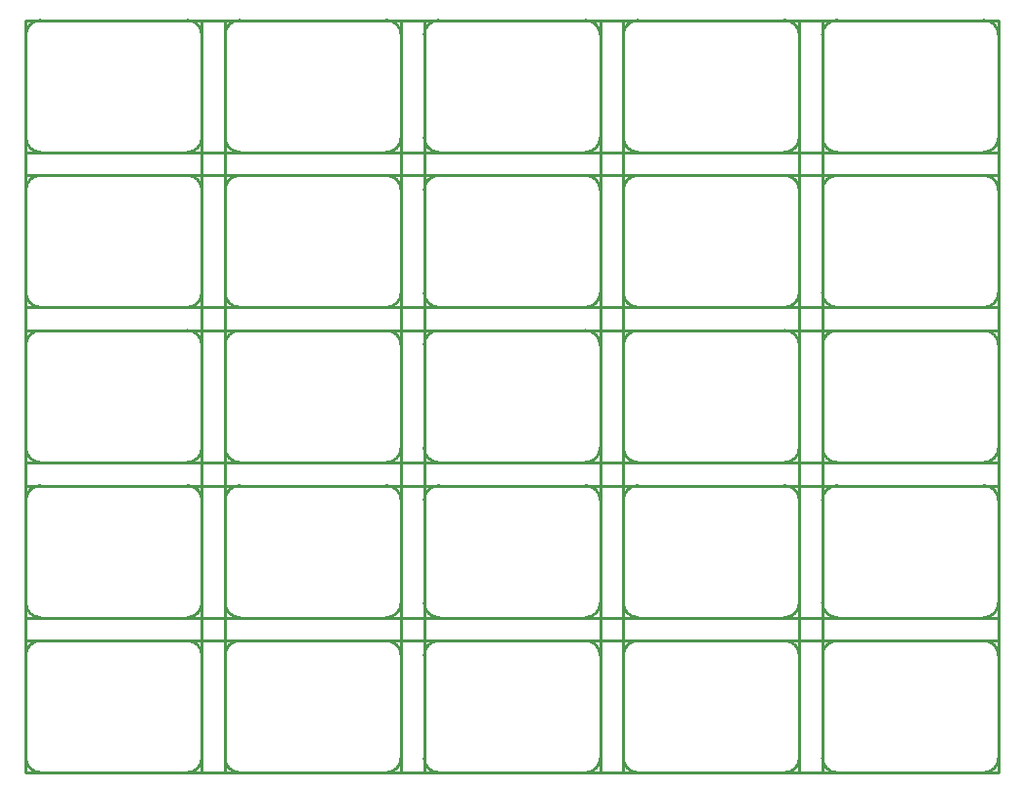
<source format=gko>
G04 Layer: BoardOutlineLayer*
G04 EasyEDA v6.5.22, 2023-02-08 15:23:14*
G04 b47096d6ad144cf6bac1a3a9f6be5821,c949cfa9a39643c6839ff0c3538172d0,10*
G04 Gerber Generator version 0.2*
G04 Scale: 100 percent, Rotated: No, Reflected: No *
G04 Dimensions in inches *
G04 leading zeros omitted , absolute positions ,3 integer and 6 decimal *
%FSLAX36Y36*%
%MOIN*%

%ADD10C,0.0100*%
D10*
X550000Y0D02*
G01*
X50000Y0D01*
G75*
G01*
X50000Y0D02*
G02*
X0Y50000I0J50000D01*
X0Y50000D02*
G01*
X0Y400000D01*
G75*
G01*
X0Y400000D02*
G02*
X50000Y450000I50000J0D01*
X50000Y450000D02*
G01*
X550000Y450000D01*
G75*
G01*
X550000Y450000D02*
G02*
X600000Y400000I0J-50000D01*
X600000Y400000D02*
G01*
X600000Y50000D01*
G75*
G01*
X600000Y50000D02*
G02*
X550000Y0I-50000J0D01*
X1228740Y0D02*
G01*
X728740Y0D01*
G75*
G01*
X728740Y0D02*
G02*
X678740Y50000I0J50000D01*
X678740Y50000D02*
G01*
X678740Y400000D01*
G75*
G01*
X678740Y400000D02*
G02*
X728740Y450000I50000J0D01*
X728740Y450000D02*
G01*
X1228740Y450000D01*
G75*
G01*
X1228740Y450000D02*
G02*
X1278740Y400000I0J-50000D01*
X1278740Y400000D02*
G01*
X1278740Y50000D01*
G75*
G01*
X1278740Y50000D02*
G02*
X1228740Y0I-50000J0D01*
X1907480Y0D02*
G01*
X1407480Y0D01*
G75*
G01*
X1407480Y0D02*
G02*
X1357480Y50000I0J50000D01*
X1357480Y50000D02*
G01*
X1357480Y400000D01*
G75*
G01*
X1357480Y400000D02*
G02*
X1407480Y450000I50000J0D01*
X1407480Y450000D02*
G01*
X1907480Y450000D01*
G75*
G01*
X1907480Y450000D02*
G02*
X1957480Y400000I0J-50000D01*
X1957480Y400000D02*
G01*
X1957480Y50000D01*
G75*
G01*
X1957480Y50000D02*
G02*
X1907480Y0I-50000J0D01*
X2586219Y0D02*
G01*
X2086219Y0D01*
G75*
G01*
X2086220Y0D02*
G02*
X2036220Y50000I0J50000D01*
X2036219Y50000D02*
G01*
X2036219Y400000D01*
G75*
G01*
X2036220Y400000D02*
G02*
X2086220Y450000I50000J0D01*
X2086219Y450000D02*
G01*
X2586219Y450000D01*
G75*
G01*
X2586220Y450000D02*
G02*
X2636220Y400000I0J-50000D01*
X2636219Y400000D02*
G01*
X2636219Y50000D01*
G75*
G01*
X2636220Y50000D02*
G02*
X2586220Y0I-50000J0D01*
X3264960Y0D02*
G01*
X2764960Y0D01*
G75*
G01*
X2764960Y0D02*
G02*
X2714960Y50000I0J50000D01*
X2714960Y50000D02*
G01*
X2714960Y400000D01*
G75*
G01*
X2714960Y400000D02*
G02*
X2764960Y450000I50000J0D01*
X2764960Y450000D02*
G01*
X3264960Y450000D01*
G75*
G01*
X3264960Y450000D02*
G02*
X3314960Y400000I0J-50000D01*
X3314960Y400000D02*
G01*
X3314960Y50000D01*
G75*
G01*
X3314960Y50000D02*
G02*
X3264960Y0I-50000J0D01*
X550000Y-528740D02*
G01*
X50000Y-528740D01*
G75*
G01*
X50000Y-528740D02*
G02*
X0Y-478740I0J50000D01*
X0Y-478740D02*
G01*
X0Y-128740D01*
G75*
G01*
X0Y-128740D02*
G02*
X50000Y-78740I50000J0D01*
X50000Y-78740D02*
G01*
X550000Y-78740D01*
G75*
G01*
X550000Y-78740D02*
G02*
X600000Y-128740I0J-50000D01*
X600000Y-128740D02*
G01*
X600000Y-478740D01*
G75*
G01*
X600000Y-478740D02*
G02*
X550000Y-528740I-50000J0D01*
X1228740Y-528740D02*
G01*
X728740Y-528740D01*
G75*
G01*
X728740Y-528740D02*
G02*
X678740Y-478740I0J50000D01*
X678740Y-478740D02*
G01*
X678740Y-128740D01*
G75*
G01*
X678740Y-128740D02*
G02*
X728740Y-78740I50000J0D01*
X728740Y-78740D02*
G01*
X1228740Y-78740D01*
G75*
G01*
X1228740Y-78740D02*
G02*
X1278740Y-128740I0J-50000D01*
X1278740Y-128740D02*
G01*
X1278740Y-478740D01*
G75*
G01*
X1278740Y-478740D02*
G02*
X1228740Y-528740I-50000J0D01*
X1907480Y-528740D02*
G01*
X1407480Y-528740D01*
G75*
G01*
X1407480Y-528740D02*
G02*
X1357480Y-478740I0J50000D01*
X1357480Y-478740D02*
G01*
X1357480Y-128740D01*
G75*
G01*
X1357480Y-128740D02*
G02*
X1407480Y-78740I50000J0D01*
X1407480Y-78740D02*
G01*
X1907480Y-78740D01*
G75*
G01*
X1907480Y-78740D02*
G02*
X1957480Y-128740I0J-50000D01*
X1957480Y-128740D02*
G01*
X1957480Y-478740D01*
G75*
G01*
X1957480Y-478740D02*
G02*
X1907480Y-528740I-50000J0D01*
X2586219Y-528740D02*
G01*
X2086219Y-528740D01*
G75*
G01*
X2086220Y-528740D02*
G02*
X2036220Y-478740I0J50000D01*
X2036219Y-478740D02*
G01*
X2036219Y-128740D01*
G75*
G01*
X2036220Y-128740D02*
G02*
X2086220Y-78740I50000J0D01*
X2086219Y-78740D02*
G01*
X2586219Y-78740D01*
G75*
G01*
X2586220Y-78740D02*
G02*
X2636220Y-128740I0J-50000D01*
X2636219Y-128740D02*
G01*
X2636219Y-478740D01*
G75*
G01*
X2636220Y-478740D02*
G02*
X2586220Y-528740I-50000J0D01*
X3264960Y-528740D02*
G01*
X2764960Y-528740D01*
G75*
G01*
X2764960Y-528740D02*
G02*
X2714960Y-478740I0J50000D01*
X2714960Y-478740D02*
G01*
X2714960Y-128740D01*
G75*
G01*
X2714960Y-128740D02*
G02*
X2764960Y-78740I50000J0D01*
X2764960Y-78740D02*
G01*
X3264960Y-78740D01*
G75*
G01*
X3264960Y-78740D02*
G02*
X3314960Y-128740I0J-50000D01*
X3314960Y-128740D02*
G01*
X3314960Y-478740D01*
G75*
G01*
X3314960Y-478740D02*
G02*
X3264960Y-528740I-50000J0D01*
X550000Y-1057480D02*
G01*
X50000Y-1057480D01*
G75*
G01*
X50000Y-1057480D02*
G02*
X0Y-1007480I0J50000D01*
X0Y-1007480D02*
G01*
X0Y-657480D01*
G75*
G01*
X0Y-657480D02*
G02*
X50000Y-607480I50000J0D01*
X50000Y-607480D02*
G01*
X550000Y-607480D01*
G75*
G01*
X550000Y-607480D02*
G02*
X600000Y-657480I0J-50000D01*
X600000Y-657480D02*
G01*
X600000Y-1007480D01*
G75*
G01*
X600000Y-1007480D02*
G02*
X550000Y-1057480I-50000J0D01*
X1228740Y-1057480D02*
G01*
X728740Y-1057480D01*
G75*
G01*
X728740Y-1057480D02*
G02*
X678740Y-1007480I0J50000D01*
X678740Y-1007480D02*
G01*
X678740Y-657480D01*
G75*
G01*
X678740Y-657480D02*
G02*
X728740Y-607480I50000J0D01*
X728740Y-607480D02*
G01*
X1228740Y-607480D01*
G75*
G01*
X1228740Y-607480D02*
G02*
X1278740Y-657480I0J-50000D01*
X1278740Y-657480D02*
G01*
X1278740Y-1007480D01*
G75*
G01*
X1278740Y-1007480D02*
G02*
X1228740Y-1057480I-50000J0D01*
X1907480Y-1057480D02*
G01*
X1407480Y-1057480D01*
G75*
G01*
X1407480Y-1057480D02*
G02*
X1357480Y-1007480I0J50000D01*
X1357480Y-1007480D02*
G01*
X1357480Y-657480D01*
G75*
G01*
X1357480Y-657480D02*
G02*
X1407480Y-607480I50000J0D01*
X1407480Y-607480D02*
G01*
X1907480Y-607480D01*
G75*
G01*
X1907480Y-607480D02*
G02*
X1957480Y-657480I0J-50000D01*
X1957480Y-657480D02*
G01*
X1957480Y-1007480D01*
G75*
G01*
X1957480Y-1007480D02*
G02*
X1907480Y-1057480I-50000J0D01*
X2586219Y-1057480D02*
G01*
X2086219Y-1057480D01*
G75*
G01*
X2086220Y-1057480D02*
G02*
X2036220Y-1007480I0J50000D01*
X2036219Y-1007480D02*
G01*
X2036219Y-657480D01*
G75*
G01*
X2036220Y-657480D02*
G02*
X2086220Y-607480I50000J0D01*
X2086219Y-607480D02*
G01*
X2586219Y-607480D01*
G75*
G01*
X2586220Y-607480D02*
G02*
X2636220Y-657480I0J-50000D01*
X2636219Y-657480D02*
G01*
X2636219Y-1007480D01*
G75*
G01*
X2636220Y-1007480D02*
G02*
X2586220Y-1057480I-50000J0D01*
X3264960Y-1057480D02*
G01*
X2764960Y-1057480D01*
G75*
G01*
X2764960Y-1057480D02*
G02*
X2714960Y-1007480I0J50000D01*
X2714960Y-1007480D02*
G01*
X2714960Y-657480D01*
G75*
G01*
X2714960Y-657480D02*
G02*
X2764960Y-607480I50000J0D01*
X2764960Y-607480D02*
G01*
X3264960Y-607480D01*
G75*
G01*
X3264960Y-607480D02*
G02*
X3314960Y-657480I0J-50000D01*
X3314960Y-657480D02*
G01*
X3314960Y-1007480D01*
G75*
G01*
X3314960Y-1007480D02*
G02*
X3264960Y-1057480I-50000J0D01*
X550000Y-1586220D02*
G01*
X50000Y-1586220D01*
G75*
G01*
X50000Y-1586220D02*
G02*
X0Y-1536220I0J50000D01*
X0Y-1536220D02*
G01*
X0Y-1186220D01*
G75*
G01*
X0Y-1186220D02*
G02*
X50000Y-1136220I50000J0D01*
X50000Y-1136220D02*
G01*
X550000Y-1136220D01*
G75*
G01*
X550000Y-1136220D02*
G02*
X600000Y-1186220I0J-50000D01*
X600000Y-1186220D02*
G01*
X600000Y-1536220D01*
G75*
G01*
X600000Y-1536220D02*
G02*
X550000Y-1586220I-50000J0D01*
X1228740Y-1586220D02*
G01*
X728740Y-1586220D01*
G75*
G01*
X728740Y-1586220D02*
G02*
X678740Y-1536220I0J50000D01*
X678740Y-1536220D02*
G01*
X678740Y-1186220D01*
G75*
G01*
X678740Y-1186220D02*
G02*
X728740Y-1136220I50000J0D01*
X728740Y-1136220D02*
G01*
X1228740Y-1136220D01*
G75*
G01*
X1228740Y-1136220D02*
G02*
X1278740Y-1186220I0J-50000D01*
X1278740Y-1186220D02*
G01*
X1278740Y-1536220D01*
G75*
G01*
X1278740Y-1536220D02*
G02*
X1228740Y-1586220I-50000J0D01*
X1907480Y-1586220D02*
G01*
X1407480Y-1586220D01*
G75*
G01*
X1407480Y-1586220D02*
G02*
X1357480Y-1536220I0J50000D01*
X1357480Y-1536220D02*
G01*
X1357480Y-1186220D01*
G75*
G01*
X1357480Y-1186220D02*
G02*
X1407480Y-1136220I50000J0D01*
X1407480Y-1136220D02*
G01*
X1907480Y-1136220D01*
G75*
G01*
X1907480Y-1136220D02*
G02*
X1957480Y-1186220I0J-50000D01*
X1957480Y-1186220D02*
G01*
X1957480Y-1536220D01*
G75*
G01*
X1957480Y-1536220D02*
G02*
X1907480Y-1586220I-50000J0D01*
X2586219Y-1586220D02*
G01*
X2086219Y-1586220D01*
G75*
G01*
X2086220Y-1586220D02*
G02*
X2036220Y-1536220I0J50000D01*
X2036219Y-1536220D02*
G01*
X2036219Y-1186220D01*
G75*
G01*
X2036220Y-1186220D02*
G02*
X2086220Y-1136220I50000J0D01*
X2086219Y-1136220D02*
G01*
X2586219Y-1136220D01*
G75*
G01*
X2586220Y-1136220D02*
G02*
X2636220Y-1186220I0J-50000D01*
X2636219Y-1186220D02*
G01*
X2636219Y-1536220D01*
G75*
G01*
X2636220Y-1536220D02*
G02*
X2586220Y-1586220I-50000J0D01*
X3264960Y-1586220D02*
G01*
X2764960Y-1586220D01*
G75*
G01*
X2764960Y-1586220D02*
G02*
X2714960Y-1536220I0J50000D01*
X2714960Y-1536220D02*
G01*
X2714960Y-1186220D01*
G75*
G01*
X2714960Y-1186220D02*
G02*
X2764960Y-1136220I50000J0D01*
X2764960Y-1136220D02*
G01*
X3264960Y-1136220D01*
G75*
G01*
X3264960Y-1136220D02*
G02*
X3314960Y-1186220I0J-50000D01*
X3314960Y-1186220D02*
G01*
X3314960Y-1536220D01*
G75*
G01*
X3314960Y-1536220D02*
G02*
X3264960Y-1586220I-50000J0D01*
X550000Y-2114960D02*
G01*
X50000Y-2114960D01*
G75*
G01*
X50000Y-2114960D02*
G02*
X0Y-2064960I0J50000D01*
X0Y-2064960D02*
G01*
X0Y-1714960D01*
G75*
G01*
X0Y-1714960D02*
G02*
X50000Y-1664960I50000J0D01*
X50000Y-1664960D02*
G01*
X550000Y-1664960D01*
G75*
G01*
X550000Y-1664960D02*
G02*
X600000Y-1714960I0J-50000D01*
X600000Y-1714960D02*
G01*
X600000Y-2064960D01*
G75*
G01*
X600000Y-2064960D02*
G02*
X550000Y-2114960I-50000J0D01*
X1228740Y-2114960D02*
G01*
X728740Y-2114960D01*
G75*
G01*
X728740Y-2114960D02*
G02*
X678740Y-2064960I0J50000D01*
X678740Y-2064960D02*
G01*
X678740Y-1714960D01*
G75*
G01*
X678740Y-1714960D02*
G02*
X728740Y-1664960I50000J0D01*
X728740Y-1664960D02*
G01*
X1228740Y-1664960D01*
G75*
G01*
X1228740Y-1664960D02*
G02*
X1278740Y-1714960I0J-50000D01*
X1278740Y-1714960D02*
G01*
X1278740Y-2064960D01*
G75*
G01*
X1278740Y-2064960D02*
G02*
X1228740Y-2114960I-50000J0D01*
X1907480Y-2114960D02*
G01*
X1407480Y-2114960D01*
G75*
G01*
X1407480Y-2114960D02*
G02*
X1357480Y-2064960I0J50000D01*
X1357480Y-2064960D02*
G01*
X1357480Y-1714960D01*
G75*
G01*
X1357480Y-1714960D02*
G02*
X1407480Y-1664960I50000J0D01*
X1407480Y-1664960D02*
G01*
X1907480Y-1664960D01*
G75*
G01*
X1907480Y-1664960D02*
G02*
X1957480Y-1714960I0J-50000D01*
X1957480Y-1714960D02*
G01*
X1957480Y-2064960D01*
G75*
G01*
X1957480Y-2064960D02*
G02*
X1907480Y-2114960I-50000J0D01*
X2586219Y-2114960D02*
G01*
X2086219Y-2114960D01*
G75*
G01*
X2086220Y-2114960D02*
G02*
X2036220Y-2064960I0J50000D01*
X2036219Y-2064960D02*
G01*
X2036219Y-1714960D01*
G75*
G01*
X2036220Y-1714960D02*
G02*
X2086220Y-1664960I50000J0D01*
X2086219Y-1664960D02*
G01*
X2586219Y-1664960D01*
G75*
G01*
X2586220Y-1664960D02*
G02*
X2636220Y-1714960I0J-50000D01*
X2636219Y-1714960D02*
G01*
X2636219Y-2064960D01*
G75*
G01*
X2636220Y-2064960D02*
G02*
X2586220Y-2114960I-50000J0D01*
X3264960Y-2114960D02*
G01*
X2764960Y-2114960D01*
G75*
G01*
X2764960Y-2114960D02*
G02*
X2714960Y-2064960I0J50000D01*
X2714960Y-2064960D02*
G01*
X2714960Y-1714960D01*
G75*
G01*
X2714960Y-1714960D02*
G02*
X2764960Y-1664960I50000J0D01*
X2764960Y-1664960D02*
G01*
X3264960Y-1664960D01*
G75*
G01*
X3264960Y-1664960D02*
G02*
X3314960Y-1714960I0J-50000D01*
X3314960Y-1714960D02*
G01*
X3314960Y-2064960D01*
G75*
G01*
X3314960Y-2064960D02*
G02*
X3264960Y-2114960I-50000J0D01*
X0Y450000D02*
G01*
X3314960Y450000D01*
X3314960Y-2114960D01*
X0Y-2114960D01*
X0Y450000D01*
X0Y-78740D02*
G01*
X3314960Y-78740D01*
X0Y0D02*
G01*
X3314960Y0D01*
X0Y-607480D02*
G01*
X3314960Y-607480D01*
X0Y-528740D02*
G01*
X3314960Y-528740D01*
X0Y-1136220D02*
G01*
X3314960Y-1136220D01*
X0Y-1057480D02*
G01*
X3314960Y-1057480D01*
X0Y-1664960D02*
G01*
X3314960Y-1664960D01*
X0Y-1586220D02*
G01*
X3314960Y-1586220D01*
X678740Y450000D02*
G01*
X678740Y-2114960D01*
X600000Y450000D02*
G01*
X600000Y-2114960D01*
X1357480Y450000D02*
G01*
X1357480Y-2114960D01*
X1278740Y450000D02*
G01*
X1278740Y-2114960D01*
X2036220Y450000D02*
G01*
X2036220Y-2114960D01*
X1957480Y450000D02*
G01*
X1957480Y-2114960D01*
X2714960Y450000D02*
G01*
X2714960Y-2114960D01*
X2636220Y450000D02*
G01*
X2636220Y-2114960D01*

%LPD*%
M02*

</source>
